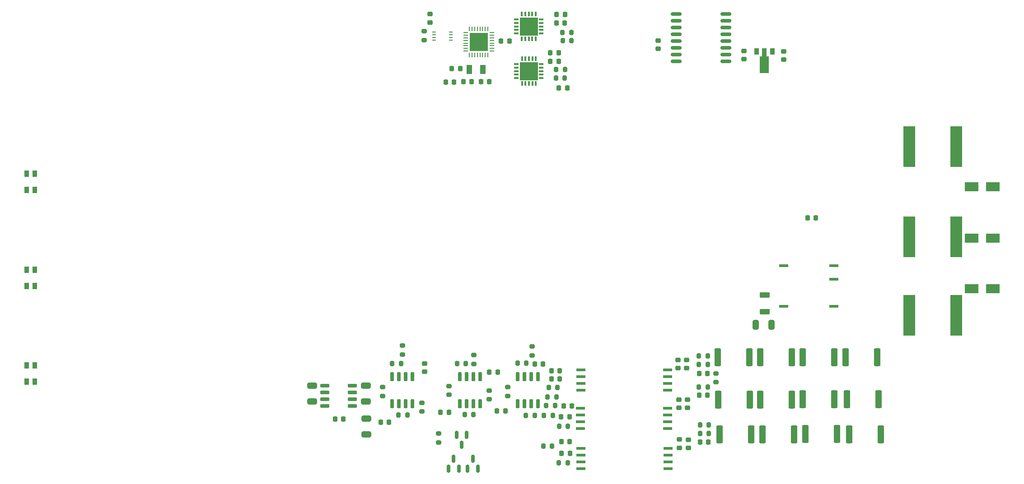
<source format=gbr>
%TF.GenerationSoftware,KiCad,Pcbnew,8.0.4*%
%TF.CreationDate,2024-09-18T10:43:36+01:00*%
%TF.ProjectId,Main_V44,4d61696e-5f56-4343-942e-6b696361645f,rev?*%
%TF.SameCoordinates,Original*%
%TF.FileFunction,Paste,Bot*%
%TF.FilePolarity,Positive*%
%FSLAX46Y46*%
G04 Gerber Fmt 4.6, Leading zero omitted, Abs format (unit mm)*
G04 Created by KiCad (PCBNEW 8.0.4) date 2024-09-18 10:43:36*
%MOMM*%
%LPD*%
G01*
G04 APERTURE LIST*
G04 Aperture macros list*
%AMRoundRect*
0 Rectangle with rounded corners*
0 $1 Rounding radius*
0 $2 $3 $4 $5 $6 $7 $8 $9 X,Y pos of 4 corners*
0 Add a 4 corners polygon primitive as box body*
4,1,4,$2,$3,$4,$5,$6,$7,$8,$9,$2,$3,0*
0 Add four circle primitives for the rounded corners*
1,1,$1+$1,$2,$3*
1,1,$1+$1,$4,$5*
1,1,$1+$1,$6,$7*
1,1,$1+$1,$8,$9*
0 Add four rect primitives between the rounded corners*
20,1,$1+$1,$2,$3,$4,$5,0*
20,1,$1+$1,$4,$5,$6,$7,0*
20,1,$1+$1,$6,$7,$8,$9,0*
20,1,$1+$1,$8,$9,$2,$3,0*%
%AMFreePoly0*
4,1,9,3.862500,-0.866500,0.737500,-0.866500,0.737500,-0.450000,-0.737500,-0.450000,-0.737500,0.450000,0.737500,0.450000,0.737500,0.866500,3.862500,0.866500,3.862500,-0.866500,3.862500,-0.866500,$1*%
G04 Aperture macros list end*
%ADD10C,0.000000*%
%ADD11RoundRect,0.200000X0.200000X0.275000X-0.200000X0.275000X-0.200000X-0.275000X0.200000X-0.275000X0*%
%ADD12RoundRect,0.225000X0.250000X-0.225000X0.250000X0.225000X-0.250000X0.225000X-0.250000X-0.225000X0*%
%ADD13R,2.260600X7.696200*%
%ADD14RoundRect,0.200000X-0.200000X-0.275000X0.200000X-0.275000X0.200000X0.275000X-0.200000X0.275000X0*%
%ADD15RoundRect,0.250000X0.362500X1.425000X-0.362500X1.425000X-0.362500X-1.425000X0.362500X-1.425000X0*%
%ADD16RoundRect,0.200000X0.275000X-0.200000X0.275000X0.200000X-0.275000X0.200000X-0.275000X-0.200000X0*%
%ADD17RoundRect,0.250000X0.650000X-0.325000X0.650000X0.325000X-0.650000X0.325000X-0.650000X-0.325000X0*%
%ADD18RoundRect,0.225000X-0.225000X-0.250000X0.225000X-0.250000X0.225000X0.250000X-0.225000X0.250000X0*%
%ADD19RoundRect,0.150000X-0.150000X0.725000X-0.150000X-0.725000X0.150000X-0.725000X0.150000X0.725000X0*%
%ADD20RoundRect,0.225000X0.225000X0.250000X-0.225000X0.250000X-0.225000X-0.250000X0.225000X-0.250000X0*%
%ADD21R,1.000000X1.800000*%
%ADD22R,0.863600X1.244600*%
%ADD23RoundRect,0.200000X-0.275000X0.200000X-0.275000X-0.200000X0.275000X-0.200000X0.275000X0.200000X0*%
%ADD24R,1.803400X0.558800*%
%ADD25RoundRect,0.250000X-0.325000X-0.650000X0.325000X-0.650000X0.325000X0.650000X-0.325000X0.650000X0*%
%ADD26R,0.750000X0.250000*%
%ADD27RoundRect,0.150000X-0.150000X0.587500X-0.150000X-0.587500X0.150000X-0.587500X0.150000X0.587500X0*%
%ADD28RoundRect,0.225000X-0.250000X0.225000X-0.250000X-0.225000X0.250000X-0.225000X0.250000X0.225000X0*%
%ADD29R,2.500000X1.800000*%
%ADD30R,1.676400X0.558800*%
%ADD31R,0.812800X0.254000*%
%ADD32R,0.254000X0.812800*%
%ADD33R,3.505200X3.505200*%
%ADD34RoundRect,0.150000X-0.875000X-0.150000X0.875000X-0.150000X0.875000X0.150000X-0.875000X0.150000X0*%
%ADD35R,0.965200X0.304800*%
%ADD36R,0.304800X0.965200*%
%ADD37R,3.352800X3.352800*%
%ADD38RoundRect,0.150000X-0.725000X-0.150000X0.725000X-0.150000X0.725000X0.150000X-0.725000X0.150000X0*%
%ADD39RoundRect,0.150000X0.150000X-0.587500X0.150000X0.587500X-0.150000X0.587500X-0.150000X-0.587500X0*%
%ADD40RoundRect,0.250000X-0.700000X0.275000X-0.700000X-0.275000X0.700000X-0.275000X0.700000X0.275000X0*%
%ADD41R,0.900000X1.300000*%
%ADD42FreePoly0,270.000000*%
G04 APERTURE END LIST*
D10*
%TO.C,U22*%
G36*
X89612800Y9396400D02*
G01*
X88060200Y9396400D01*
X88060200Y10949000D01*
X89612800Y10949000D01*
X89612800Y9396400D01*
G37*
G36*
X87860200Y7643800D02*
G01*
X86307600Y7643800D01*
X86307600Y9196400D01*
X87860200Y9196400D01*
X87860200Y7643800D01*
G37*
G36*
X89612800Y7643800D02*
G01*
X88060200Y7643800D01*
X88060200Y9196400D01*
X89612800Y9196400D01*
X89612800Y7643800D01*
G37*
G36*
X87860200Y9396400D02*
G01*
X86307600Y9396400D01*
X86307600Y10949000D01*
X87860200Y10949000D01*
X87860200Y9396400D01*
G37*
%TO.C,U11*%
G36*
X97258200Y12266600D02*
G01*
X95781800Y12266600D01*
X95781800Y13743000D01*
X97258200Y13743000D01*
X97258200Y12266600D01*
G37*
G36*
X98934600Y12266600D02*
G01*
X97458200Y12266600D01*
X97458200Y13743000D01*
X98934600Y13743000D01*
X98934600Y12266600D01*
G37*
G36*
X97258200Y10590200D02*
G01*
X95781800Y10590200D01*
X95781800Y12066600D01*
X97258200Y12066600D01*
X97258200Y10590200D01*
G37*
G36*
X98934600Y10590200D02*
G01*
X97458200Y10590200D01*
X97458200Y12066600D01*
X98934600Y12066600D01*
X98934600Y10590200D01*
G37*
%TO.C,U20*%
G36*
X98960000Y2208200D02*
G01*
X97483600Y2208200D01*
X97483600Y3684600D01*
X98960000Y3684600D01*
X98960000Y2208200D01*
G37*
G36*
X97283600Y2208200D02*
G01*
X95807200Y2208200D01*
X95807200Y3684600D01*
X97283600Y3684600D01*
X97283600Y2208200D01*
G37*
G36*
X97283600Y3884600D02*
G01*
X95807200Y3884600D01*
X95807200Y5361000D01*
X97283600Y5361000D01*
X97283600Y3884600D01*
G37*
G36*
X98960000Y3884600D02*
G01*
X97483600Y3884600D01*
X97483600Y5361000D01*
X98960000Y5361000D01*
X98960000Y3884600D01*
G37*
%TD*%
D11*
%TO.C,R4*%
X130902900Y-51261200D03*
X129252900Y-51261200D03*
%TD*%
D12*
%TO.C,C24*%
X127076200Y-59398200D03*
X127076200Y-57848200D03*
%TD*%
D13*
%TO.C,RV3*%
X177481500Y-42025000D03*
X168718500Y-42025000D03*
%TD*%
D14*
%TO.C,R45*%
X96825000Y-60850000D03*
X98475000Y-60850000D03*
%TD*%
D15*
%TO.C,R5*%
X162690400Y-49911200D03*
X156765400Y-49911200D03*
%TD*%
%TO.C,R20*%
X139085400Y-64391200D03*
X133160400Y-64391200D03*
%TD*%
D12*
%TO.C,C1*%
X121640600Y7962600D03*
X121640600Y9512600D03*
%TD*%
%TO.C,C22*%
X125628400Y-66916600D03*
X125628400Y-65366600D03*
%TD*%
D14*
%TO.C,R32*%
X100089200Y-66573400D03*
X101739200Y-66573400D03*
%TD*%
D16*
%TO.C,R38*%
X89916000Y-57797200D03*
X89916000Y-56147200D03*
%TD*%
D17*
%TO.C,C18*%
X56710000Y-58235000D03*
X56710000Y-55285000D03*
%TD*%
D18*
%TO.C,C48*%
X102552200Y12801600D03*
X104102200Y12801600D03*
%TD*%
D19*
%TO.C,U3*%
X95278554Y-53535000D03*
X96548554Y-53535000D03*
X97818554Y-53535000D03*
X99088554Y-53535000D03*
X99088554Y-58685000D03*
X97818554Y-58685000D03*
X96548554Y-58685000D03*
X95278554Y-58685000D03*
%TD*%
D17*
%TO.C,C19*%
X66810000Y-58225000D03*
X66810000Y-55275000D03*
%TD*%
D18*
%TO.C,C15*%
X149593000Y-23799800D03*
X151143000Y-23799800D03*
%TD*%
D20*
%TO.C,C42*%
X93713600Y9398000D03*
X92163600Y9398000D03*
%TD*%
D18*
%TO.C,C4*%
X129302900Y-57061200D03*
X130852900Y-57061200D03*
%TD*%
D15*
%TO.C,R7*%
X146690400Y-49961200D03*
X140765400Y-49961200D03*
%TD*%
D21*
%TO.C,Y1*%
X86253000Y4089400D03*
X88753000Y4089400D03*
%TD*%
D22*
%TO.C,LED1*%
X4750001Y-18536700D03*
X3249999Y-18536700D03*
X3249999Y-15463300D03*
X4750001Y-15463300D03*
%TD*%
D14*
%TO.C,R37*%
X83925000Y-51100000D03*
X85575000Y-51100000D03*
%TD*%
D13*
%TO.C,RV1*%
X177481500Y-10425000D03*
X168718500Y-10425000D03*
%TD*%
D14*
%TO.C,R27*%
X101079800Y-55600600D03*
X102729800Y-55600600D03*
%TD*%
D20*
%TO.C,C34*%
X71133000Y-62153800D03*
X69583000Y-62153800D03*
%TD*%
D15*
%TO.C,R6*%
X154640400Y-49961200D03*
X148715400Y-49961200D03*
%TD*%
D23*
%TO.C,R42*%
X77300000Y-58475000D03*
X77300000Y-60125000D03*
%TD*%
D16*
%TO.C,R43*%
X69930000Y-57165000D03*
X69930000Y-55515000D03*
%TD*%
D20*
%TO.C,C28*%
X103162400Y-54025800D03*
X101612400Y-54025800D03*
%TD*%
D24*
%TO.C,U4*%
X123373400Y-59515000D03*
X123373400Y-60785000D03*
X123373400Y-62055000D03*
X123373400Y-63325000D03*
X107066600Y-63325000D03*
X107066600Y-62055000D03*
X107066600Y-60785000D03*
X107066600Y-59515000D03*
%TD*%
D20*
%TO.C,C29*%
X104991200Y-61112400D03*
X103441200Y-61112400D03*
%TD*%
D14*
%TO.C,R34*%
X103721400Y9474200D03*
X105371400Y9474200D03*
%TD*%
D25*
%TO.C,C53*%
X139901400Y-43840400D03*
X142851400Y-43840400D03*
%TD*%
D14*
%TO.C,R30*%
X100200000Y-60875000D03*
X101850000Y-60875000D03*
%TD*%
D20*
%TO.C,C31*%
X103162400Y-52476400D03*
X101612400Y-52476400D03*
%TD*%
D14*
%TO.C,R31*%
X102984800Y-69748400D03*
X104634800Y-69748400D03*
%TD*%
D18*
%TO.C,C38*%
X89979200Y-52755800D03*
X91529200Y-52755800D03*
%TD*%
D22*
%TO.C,LED2*%
X4750001Y-36536700D03*
X3249999Y-36536700D03*
X3249999Y-33463300D03*
X4750001Y-33463300D03*
%TD*%
D26*
%TO.C,U9*%
X82753800Y11113200D03*
X82753800Y10613200D03*
X82753800Y10113200D03*
X82753800Y9613200D03*
X79653800Y9613200D03*
X79653800Y10113200D03*
X79653800Y10613200D03*
X79653800Y11113200D03*
%TD*%
D24*
%TO.C,U6*%
X123473400Y-67015000D03*
X123473400Y-68285000D03*
X123473400Y-69555000D03*
X123473400Y-70825000D03*
X107166600Y-70825000D03*
X107166600Y-69555000D03*
X107166600Y-68285000D03*
X107166600Y-67015000D03*
%TD*%
D27*
%TO.C,Q3*%
X83835200Y-64492900D03*
X85735200Y-64492900D03*
X84785200Y-66367900D03*
%TD*%
D17*
%TO.C,C17*%
X66950000Y-64425000D03*
X66950000Y-61475000D03*
%TD*%
D15*
%TO.C,R12*%
X146640400Y-57861200D03*
X140715400Y-57861200D03*
%TD*%
D16*
%TO.C,R3*%
X97993200Y-49567600D03*
X97993200Y-47917600D03*
%TD*%
D18*
%TO.C,C7*%
X129477900Y-65831200D03*
X131027900Y-65831200D03*
%TD*%
D14*
%TO.C,R51*%
X102476800Y4064000D03*
X104126800Y4064000D03*
%TD*%
D18*
%TO.C,C49*%
X101409200Y5638800D03*
X102959200Y5638800D03*
%TD*%
%TO.C,C45*%
X81775000Y1727200D03*
X83325000Y1727200D03*
%TD*%
D13*
%TO.C,RV2*%
X177481500Y-27325000D03*
X168718500Y-27325000D03*
%TD*%
D20*
%TO.C,C35*%
X82385200Y-60248800D03*
X80835200Y-60248800D03*
%TD*%
D16*
%TO.C,R14*%
X132477900Y-54611200D03*
X132477900Y-52961200D03*
%TD*%
D28*
%TO.C,C25*%
X145135600Y7506000D03*
X145135600Y5956000D03*
%TD*%
D29*
%TO.C,D6*%
X184372000Y-37058600D03*
X180372000Y-37058600D03*
%TD*%
D18*
%TO.C,C50*%
X101409200Y7239000D03*
X102959200Y7239000D03*
%TD*%
%TO.C,C37*%
X98475800Y-51231800D03*
X100025800Y-51231800D03*
%TD*%
D30*
%TO.C,PS3*%
X154508200Y-32740600D03*
X154508200Y-35280600D03*
X154508200Y-40360600D03*
X145161000Y-40360600D03*
X145161000Y-32740600D03*
%TD*%
D20*
%TO.C,C33*%
X92951600Y-59969400D03*
X91401600Y-59969400D03*
%TD*%
D15*
%TO.C,R11*%
X154590400Y-57811200D03*
X148665400Y-57811200D03*
%TD*%
D24*
%TO.C,U7*%
X123423400Y-52265000D03*
X123423400Y-53535000D03*
X123423400Y-54805000D03*
X123423400Y-56075000D03*
X107116600Y-56075000D03*
X107116600Y-54805000D03*
X107116600Y-53535000D03*
X107116600Y-52265000D03*
%TD*%
D29*
%TO.C,D5*%
X184372000Y-27609800D03*
X180372000Y-27609800D03*
%TD*%
D18*
%TO.C,C46*%
X103009400Y635000D03*
X104559400Y635000D03*
%TD*%
D15*
%TO.C,R19*%
X147085400Y-64391200D03*
X141160400Y-64391200D03*
%TD*%
D14*
%TO.C,R46*%
X72925000Y-60740000D03*
X74575000Y-60740000D03*
%TD*%
D23*
%TO.C,R35*%
X80425000Y-64250000D03*
X80425000Y-65900000D03*
%TD*%
D12*
%TO.C,C23*%
X126949200Y-51956000D03*
X126949200Y-50406000D03*
%TD*%
D29*
%TO.C,D4*%
X184372000Y-17932400D03*
X180372000Y-17932400D03*
%TD*%
D15*
%TO.C,R8*%
X138740400Y-49961200D03*
X132815400Y-49961200D03*
%TD*%
D20*
%TO.C,C27*%
X105067400Y-67970400D03*
X103517400Y-67970400D03*
%TD*%
D16*
%TO.C,R41*%
X93440000Y-57195000D03*
X93440000Y-55545000D03*
%TD*%
D12*
%TO.C,C20*%
X127285648Y-66942000D03*
X127285648Y-65392000D03*
%TD*%
D31*
%TO.C,U22*%
X85509100Y7546401D03*
X85509100Y8046400D03*
X85509100Y8546399D03*
X85509100Y9046400D03*
X85509100Y9546400D03*
X85509100Y10046401D03*
X85509100Y10546400D03*
X85509100Y11046399D03*
D32*
X86210201Y11747500D03*
X86710200Y11747500D03*
X87210199Y11747500D03*
X87710200Y11747500D03*
X88210200Y11747500D03*
X88710201Y11747500D03*
X89210200Y11747500D03*
X89710199Y11747500D03*
D31*
X90411300Y11046399D03*
X90411300Y10546400D03*
X90411300Y10046401D03*
X90411300Y9546400D03*
X90411300Y9046400D03*
X90411300Y8546399D03*
X90411300Y8046400D03*
X90411300Y7546401D03*
D32*
X89710199Y6845300D03*
X89210200Y6845300D03*
X88710201Y6845300D03*
X88210200Y6845300D03*
X87710200Y6845300D03*
X87210199Y6845300D03*
X86710200Y6845300D03*
X86210201Y6845300D03*
D33*
X87960200Y9296400D03*
%TD*%
D16*
%TO.C,R39*%
X82390000Y-56980000D03*
X82390000Y-55330000D03*
%TD*%
D34*
%TO.C,U2*%
X124990000Y5615000D03*
X124990000Y6885000D03*
X124990000Y8155000D03*
X124990000Y9425000D03*
X124990000Y10695000D03*
X124990000Y11965000D03*
X124990000Y13235000D03*
X124990000Y14505000D03*
X134290000Y14505000D03*
X134290000Y13235000D03*
X134290000Y11965000D03*
X134290000Y10695000D03*
X134290000Y9425000D03*
X134290000Y8155000D03*
X134290000Y6885000D03*
X134290000Y5615000D03*
%TD*%
D35*
%TO.C,U11*%
X99682300Y13466600D03*
X99682300Y12816599D03*
X99682300Y12166600D03*
X99682300Y11516601D03*
X99682300Y10866600D03*
D36*
X98658200Y9842500D03*
X98008199Y9842500D03*
X97358200Y9842500D03*
X96708201Y9842500D03*
X96058200Y9842500D03*
D35*
X95034100Y10866600D03*
X95034100Y11516601D03*
X95034100Y12166600D03*
X95034100Y12816599D03*
X95034100Y13466600D03*
D36*
X96058200Y14490700D03*
X96708201Y14490700D03*
X97358200Y14490700D03*
X98008199Y14490700D03*
X98658200Y14490700D03*
D37*
X97358200Y12166600D03*
%TD*%
D14*
%TO.C,R36*%
X95265000Y-51060000D03*
X96915000Y-51060000D03*
%TD*%
D11*
%TO.C,R28*%
X102552000Y-57378600D03*
X100902000Y-57378600D03*
%TD*%
D35*
%TO.C,U20*%
X99707700Y5084600D03*
X99707700Y4434599D03*
X99707700Y3784600D03*
X99707700Y3134601D03*
X99707700Y2484600D03*
D36*
X98683600Y1460500D03*
X98033599Y1460500D03*
X97383600Y1460500D03*
X96733601Y1460500D03*
X96083600Y1460500D03*
D35*
X95059500Y2484600D03*
X95059500Y3134601D03*
X95059500Y3784600D03*
X95059500Y4434599D03*
X95059500Y5084600D03*
D36*
X96083600Y6108700D03*
X96733601Y6108700D03*
X97383600Y6108700D03*
X98033599Y6108700D03*
X98683600Y6108700D03*
D37*
X97383600Y3784600D03*
%TD*%
D15*
%TO.C,R10*%
X162890400Y-57761200D03*
X156965400Y-57761200D03*
%TD*%
D14*
%TO.C,R53*%
X102451400Y2463800D03*
X104101400Y2463800D03*
%TD*%
D20*
%TO.C,C32*%
X105423000Y-59105800D03*
X103873000Y-59105800D03*
%TD*%
D38*
%TO.C,U21*%
X59135000Y-59055000D03*
X59135000Y-57785000D03*
X59135000Y-56515000D03*
X59135000Y-55245000D03*
X64285000Y-55245000D03*
X64285000Y-56515000D03*
X64285000Y-57785000D03*
X64285000Y-59055000D03*
%TD*%
D11*
%TO.C,R9*%
X130902900Y-49661200D03*
X129252900Y-49661200D03*
%TD*%
D12*
%TO.C,C10*%
X137668000Y6032200D03*
X137668000Y7582200D03*
%TD*%
%TO.C,C39*%
X77825600Y-52654200D03*
X77825600Y-51104200D03*
%TD*%
D16*
%TO.C,R33*%
X77724000Y9639800D03*
X77724000Y11289800D03*
%TD*%
D11*
%TO.C,R21*%
X131097900Y-62591200D03*
X129447900Y-62591200D03*
%TD*%
D39*
%TO.C,Q2*%
X87818000Y-70812900D03*
X85918000Y-70812900D03*
X86868000Y-68937900D03*
%TD*%
D19*
%TO.C,U12*%
X84418554Y-53535000D03*
X85688554Y-53535000D03*
X86958554Y-53535000D03*
X88228554Y-53535000D03*
X88228554Y-58685000D03*
X86958554Y-58685000D03*
X85688554Y-58685000D03*
X84418554Y-58685000D03*
%TD*%
D20*
%TO.C,C41*%
X86677800Y1803400D03*
X85127800Y1803400D03*
%TD*%
D39*
%TO.C,Q4*%
X84236600Y-70812900D03*
X82336600Y-70812900D03*
X83286600Y-68937900D03*
%TD*%
D14*
%TO.C,R22*%
X71755000Y-51080000D03*
X73405000Y-51080000D03*
%TD*%
D11*
%TO.C,R1*%
X130902900Y-55511200D03*
X129252900Y-55511200D03*
%TD*%
D14*
%TO.C,R40*%
X100648000Y-58978800D03*
X102298000Y-58978800D03*
%TD*%
D19*
%TO.C,U13*%
X71778554Y-53535000D03*
X73048554Y-53535000D03*
X74318554Y-53535000D03*
X75588554Y-53535000D03*
X75588554Y-58685000D03*
X74318554Y-58685000D03*
X73048554Y-58685000D03*
X71778554Y-58685000D03*
%TD*%
D20*
%TO.C,C36*%
X62624000Y-61544200D03*
X61074000Y-61544200D03*
%TD*%
D18*
%TO.C,C47*%
X102577600Y14427200D03*
X104127600Y14427200D03*
%TD*%
%TO.C,C44*%
X88404400Y1803400D03*
X89954400Y1803400D03*
%TD*%
D15*
%TO.C,R17*%
X163335400Y-64441200D03*
X157410400Y-64441200D03*
%TD*%
D20*
%TO.C,C30*%
X105042000Y-65786000D03*
X103492000Y-65786000D03*
%TD*%
D22*
%TO.C,LED3*%
X4750001Y-54536700D03*
X3249999Y-54536700D03*
X3249999Y-51463300D03*
X4750001Y-51463300D03*
%TD*%
D12*
%TO.C,C26*%
X125476000Y-59411200D03*
X125476000Y-57861200D03*
%TD*%
D40*
%TO.C,L3*%
X141579600Y-38252200D03*
X141579600Y-41402200D03*
%TD*%
D15*
%TO.C,R18*%
X155135400Y-64291200D03*
X149210400Y-64291200D03*
%TD*%
%TO.C,R13*%
X138776300Y-57861200D03*
X132851300Y-57861200D03*
%TD*%
D11*
%TO.C,R16*%
X131097900Y-64191200D03*
X129447900Y-64191200D03*
%TD*%
D14*
%TO.C,R44*%
X85331800Y-60680600D03*
X86981800Y-60680600D03*
%TD*%
D18*
%TO.C,C43*%
X82943400Y4267200D03*
X84493400Y4267200D03*
%TD*%
D16*
%TO.C,R15*%
X87090000Y-51190000D03*
X87090000Y-49540000D03*
%TD*%
D14*
%TO.C,R29*%
X103035600Y-62839600D03*
X104685600Y-62839600D03*
%TD*%
D18*
%TO.C,C6*%
X129302900Y-52961200D03*
X130852900Y-52961200D03*
%TD*%
D12*
%TO.C,C21*%
X125374400Y-51956000D03*
X125374400Y-50406000D03*
%TD*%
D16*
%TO.C,R2*%
X73660000Y-49390000D03*
X73660000Y-47740000D03*
%TD*%
D11*
%TO.C,R52*%
X105346000Y11074400D03*
X103696000Y11074400D03*
%TD*%
D41*
%TO.C,U5*%
X140028800Y7441200D03*
D42*
X141528800Y7353700D03*
D41*
X143028800Y7441200D03*
%TD*%
D12*
%TO.C,C40*%
X78841600Y12928000D03*
X78841600Y14478000D03*
%TD*%
M02*

</source>
